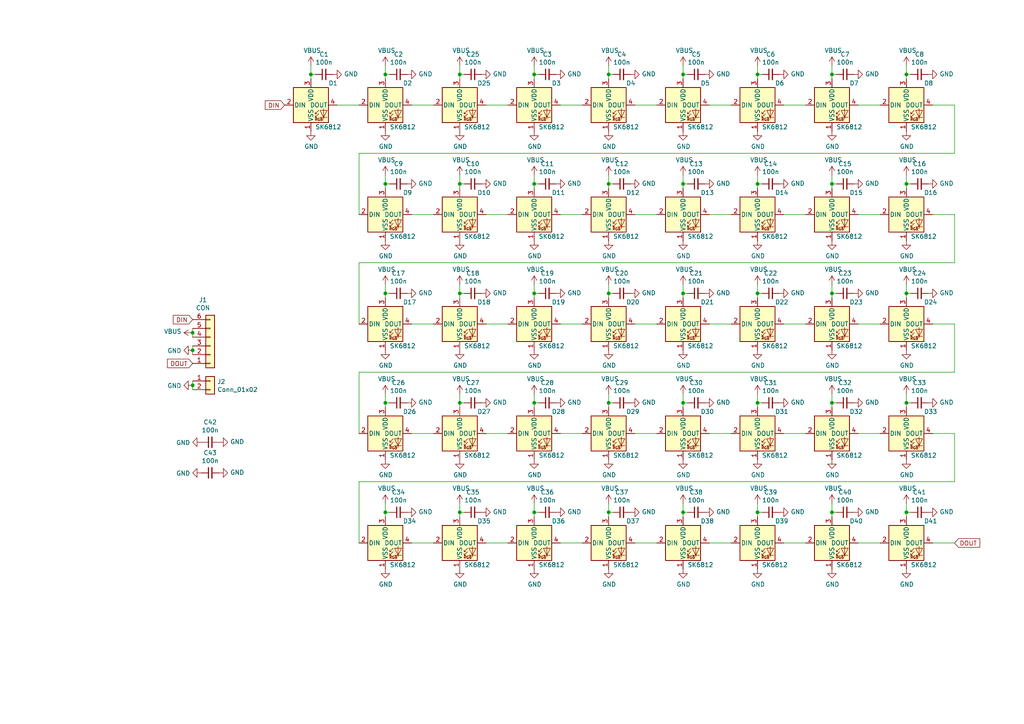
<source format=kicad_sch>
(kicad_sch (version 20211123) (generator eeschema)
  (paper "A4")
  (title_block (title "LÄMP Wall") (date "2023-03-02") (rev "v1.0.0") (company "Jana Marie Hemsing"))
  (junction (at 241.3 53.34))
  (junction (at 262.89 21.59))
  (junction (at 111.76 53.34))
  (junction (at 154.94 148.59))
  (junction (at 198.12 116.84))
  (junction (at 55.88 111.76))
  (junction (at 176.53 116.84))
  (junction (at 198.12 53.34))
  (junction (at 90.17 21.59))
  (junction (at 262.89 116.84))
  (junction (at 262.89 85.09))
  (junction (at 176.53 148.59))
  (junction (at 219.71 116.84))
  (junction (at 111.76 21.59))
  (junction (at 176.53 53.34))
  (junction (at 241.3 116.84))
  (junction (at 198.12 21.59))
  (junction (at 154.94 21.59))
  (junction (at 262.89 53.34))
  (junction (at 176.53 21.59))
  (junction (at 111.76 148.59))
  (junction (at 219.71 148.59))
  (junction (at 198.12 148.59))
  (junction (at 219.71 53.34))
  (junction (at 219.71 21.59))
  (junction (at 262.89 148.59))
  (junction (at 154.94 53.34))
  (junction (at 111.76 85.09))
  (junction (at 241.3 148.59))
  (junction (at 154.94 116.84))
  (junction (at 133.35 148.59))
  (junction (at 219.71 85.09))
  (junction (at 198.12 85.09))
  (junction (at 133.35 21.59))
  (junction (at 133.35 85.09))
  (junction (at 55.88 96.52))
  (junction (at 241.3 21.59))
  (junction (at 241.3 85.09))
  (junction (at 154.94 85.09))
  (junction (at 55.88 101.6))
  (junction (at 111.76 116.84))
  (junction (at 176.53 85.09))
  (junction (at 133.35 116.84))
  (junction (at 133.35 53.34))
  (wire (pts (xy 104.14 76.2) (xy 104.14 93.98)))
  (wire (pts (xy 242.57 53.34) (xy 241.3 53.34)))
  (wire (pts (xy 154.94 116.84) (xy 154.94 118.11)))
  (wire (pts (xy 113.03 85.09) (xy 111.76 85.09)))
  (wire (pts (xy 133.35 82.55) (xy 133.35 85.09)))
  (wire (pts (xy 242.57 21.59) (xy 241.3 21.59)))
  (wire (pts (xy 154.94 146.05) (xy 154.94 148.59)))
  (wire (pts (xy 219.71 148.59) (xy 219.71 149.86)))
  (wire (pts (xy 154.94 53.34) (xy 154.94 54.61)))
  (wire (pts (xy 184.15 125.73) (xy 190.5 125.73)))
  (wire (pts (xy 140.97 30.48) (xy 147.32 30.48)))
  (wire (pts (xy 248.92 30.48) (xy 255.27 30.48)))
  (wire (pts (xy 241.3 82.55) (xy 241.3 85.09)))
  (wire (pts (xy 111.76 116.84) (xy 111.76 118.11)))
  (wire (pts (xy 154.94 148.59) (xy 154.94 149.86)))
  (wire (pts (xy 133.35 53.34) (xy 133.35 54.61)))
  (wire (pts (xy 242.57 116.84) (xy 241.3 116.84)))
  (wire (pts (xy 198.12 116.84) (xy 198.12 118.11)))
  (wire (pts (xy 154.94 50.8) (xy 154.94 53.34)))
  (wire (pts (xy 176.53 146.05) (xy 176.53 148.59)))
  (wire (pts (xy 219.71 85.09) (xy 219.71 86.36)))
  (wire (pts (xy 113.03 53.34) (xy 111.76 53.34)))
  (wire (pts (xy 219.71 53.34) (xy 219.71 54.61)))
  (wire (pts (xy 276.86 107.95) (xy 104.14 107.95)))
  (wire (pts (xy 184.15 157.48) (xy 190.5 157.48)))
  (wire (pts (xy 162.56 30.48) (xy 168.91 30.48)))
  (wire (pts (xy 162.56 125.73) (xy 168.91 125.73)))
  (wire (pts (xy 241.3 148.59) (xy 241.3 149.86)))
  (wire (pts (xy 264.16 85.09) (xy 262.89 85.09)))
  (wire (pts (xy 119.38 157.48) (xy 125.73 157.48)))
  (wire (pts (xy 248.92 62.23) (xy 255.27 62.23)))
  (wire (pts (xy 270.51 62.23) (xy 276.86 62.23)))
  (wire (pts (xy 177.8 116.84) (xy 176.53 116.84)))
  (wire (pts (xy 219.71 21.59) (xy 219.71 22.86)))
  (wire (pts (xy 111.76 148.59) (xy 111.76 149.86)))
  (wire (pts (xy 55.88 111.76) (xy 55.88 113.03)))
  (wire (pts (xy 262.89 114.3) (xy 262.89 116.84)))
  (wire (pts (xy 156.21 85.09) (xy 154.94 85.09)))
  (wire (pts (xy 176.53 50.8) (xy 176.53 53.34)))
  (wire (pts (xy 177.8 85.09) (xy 176.53 85.09)))
  (wire (pts (xy 199.39 116.84) (xy 198.12 116.84)))
  (wire (pts (xy 241.3 21.59) (xy 241.3 22.86)))
  (wire (pts (xy 219.71 50.8) (xy 219.71 53.34)))
  (wire (pts (xy 119.38 62.23) (xy 125.73 62.23)))
  (wire (pts (xy 198.12 148.59) (xy 198.12 149.86)))
  (wire (pts (xy 156.21 148.59) (xy 154.94 148.59)))
  (wire (pts (xy 104.14 107.95) (xy 104.14 125.73)))
  (wire (pts (xy 113.03 21.59) (xy 111.76 21.59)))
  (wire (pts (xy 198.12 85.09) (xy 198.12 86.36)))
  (wire (pts (xy 111.76 19.05) (xy 111.76 21.59)))
  (wire (pts (xy 134.62 148.59) (xy 133.35 148.59)))
  (wire (pts (xy 248.92 157.48) (xy 255.27 157.48)))
  (wire (pts (xy 199.39 85.09) (xy 198.12 85.09)))
  (wire (pts (xy 177.8 21.59) (xy 176.53 21.59)))
  (wire (pts (xy 264.16 21.59) (xy 262.89 21.59)))
  (wire (pts (xy 262.89 146.05) (xy 262.89 148.59)))
  (wire (pts (xy 176.53 116.84) (xy 176.53 118.11)))
  (wire (pts (xy 241.3 116.84) (xy 241.3 118.11)))
  (wire (pts (xy 264.16 53.34) (xy 262.89 53.34)))
  (wire (pts (xy 176.53 114.3) (xy 176.53 116.84)))
  (wire (pts (xy 262.89 82.55) (xy 262.89 85.09)))
  (wire (pts (xy 104.14 139.7) (xy 104.14 157.48)))
  (wire (pts (xy 248.92 125.73) (xy 255.27 125.73)))
  (wire (pts (xy 55.88 110.49) (xy 55.88 111.76)))
  (wire (pts (xy 111.76 82.55) (xy 111.76 85.09)))
  (wire (pts (xy 140.97 62.23) (xy 147.32 62.23)))
  (wire (pts (xy 113.03 116.84) (xy 111.76 116.84)))
  (wire (pts (xy 55.88 95.25) (xy 55.88 96.52)))
  (wire (pts (xy 154.94 21.59) (xy 154.94 22.86)))
  (wire (pts (xy 119.38 125.73) (xy 125.73 125.73)))
  (wire (pts (xy 219.71 146.05) (xy 219.71 148.59)))
  (wire (pts (xy 156.21 21.59) (xy 154.94 21.59)))
  (wire (pts (xy 133.35 116.84) (xy 133.35 118.11)))
  (wire (pts (xy 162.56 62.23) (xy 168.91 62.23)))
  (wire (pts (xy 264.16 116.84) (xy 262.89 116.84)))
  (wire (pts (xy 219.71 114.3) (xy 219.71 116.84)))
  (wire (pts (xy 162.56 93.98) (xy 168.91 93.98)))
  (wire (pts (xy 276.86 125.73) (xy 276.86 139.7)))
  (wire (pts (xy 176.53 148.59) (xy 176.53 149.86)))
  (wire (pts (xy 276.86 76.2) (xy 104.14 76.2)))
  (wire (pts (xy 140.97 157.48) (xy 147.32 157.48)))
  (wire (pts (xy 111.76 21.59) (xy 111.76 22.86)))
  (wire (pts (xy 198.12 114.3) (xy 198.12 116.84)))
  (wire (pts (xy 111.76 146.05) (xy 111.76 148.59)))
  (wire (pts (xy 205.74 30.48) (xy 212.09 30.48)))
  (wire (pts (xy 177.8 148.59) (xy 176.53 148.59)))
  (wire (pts (xy 220.98 53.34) (xy 219.71 53.34)))
  (wire (pts (xy 104.14 44.45) (xy 104.14 62.23)))
  (wire (pts (xy 133.35 114.3) (xy 133.35 116.84)))
  (wire (pts (xy 177.8 53.34) (xy 176.53 53.34)))
  (wire (pts (xy 111.76 114.3) (xy 111.76 116.84)))
  (wire (pts (xy 111.76 53.34) (xy 111.76 54.61)))
  (wire (pts (xy 276.86 62.23) (xy 276.86 76.2)))
  (wire (pts (xy 97.79 30.48) (xy 104.14 30.48)))
  (wire (pts (xy 55.88 96.52) (xy 55.88 97.79)))
  (wire (pts (xy 262.89 21.59) (xy 262.89 22.86)))
  (wire (pts (xy 90.17 21.59) (xy 90.17 22.86)))
  (wire (pts (xy 176.53 19.05) (xy 176.53 21.59)))
  (wire (pts (xy 134.62 116.84) (xy 133.35 116.84)))
  (wire (pts (xy 184.15 62.23) (xy 190.5 62.23)))
  (wire (pts (xy 176.53 53.34) (xy 176.53 54.61)))
  (wire (pts (xy 154.94 85.09) (xy 154.94 86.36)))
  (wire (pts (xy 133.35 148.59) (xy 133.35 149.86)))
  (wire (pts (xy 262.89 50.8) (xy 262.89 53.34)))
  (wire (pts (xy 119.38 93.98) (xy 125.73 93.98)))
  (wire (pts (xy 242.57 85.09) (xy 241.3 85.09)))
  (wire (pts (xy 220.98 116.84) (xy 219.71 116.84)))
  (wire (pts (xy 154.94 114.3) (xy 154.94 116.84)))
  (wire (pts (xy 227.33 157.48) (xy 233.68 157.48)))
  (wire (pts (xy 276.86 139.7) (xy 104.14 139.7)))
  (wire (pts (xy 241.3 85.09) (xy 241.3 86.36)))
  (wire (pts (xy 241.3 53.34) (xy 241.3 54.61)))
  (wire (pts (xy 133.35 21.59) (xy 133.35 22.86)))
  (wire (pts (xy 227.33 93.98) (xy 233.68 93.98)))
  (wire (pts (xy 241.3 146.05) (xy 241.3 148.59)))
  (wire (pts (xy 198.12 50.8) (xy 198.12 53.34)))
  (wire (pts (xy 154.94 19.05) (xy 154.94 21.59)))
  (wire (pts (xy 133.35 19.05) (xy 133.35 21.59)))
  (wire (pts (xy 140.97 93.98) (xy 147.32 93.98)))
  (wire (pts (xy 133.35 50.8) (xy 133.35 53.34)))
  (wire (pts (xy 184.15 30.48) (xy 190.5 30.48)))
  (wire (pts (xy 227.33 125.73) (xy 233.68 125.73)))
  (wire (pts (xy 134.62 53.34) (xy 133.35 53.34)))
  (wire (pts (xy 219.71 19.05) (xy 219.71 21.59)))
  (wire (pts (xy 176.53 21.59) (xy 176.53 22.86)))
  (wire (pts (xy 241.3 19.05) (xy 241.3 21.59)))
  (wire (pts (xy 156.21 53.34) (xy 154.94 53.34)))
  (wire (pts (xy 270.51 157.48) (xy 276.86 157.48)))
  (wire (pts (xy 134.62 21.59) (xy 133.35 21.59)))
  (wire (pts (xy 242.57 148.59) (xy 241.3 148.59)))
  (wire (pts (xy 176.53 82.55) (xy 176.53 85.09)))
  (wire (pts (xy 205.74 157.48) (xy 212.09 157.48)))
  (wire (pts (xy 111.76 50.8) (xy 111.76 53.34)))
  (wire (pts (xy 270.51 125.73) (xy 276.86 125.73)))
  (wire (pts (xy 205.74 62.23) (xy 212.09 62.23)))
  (wire (pts (xy 176.53 85.09) (xy 176.53 86.36)))
  (wire (pts (xy 270.51 30.48) (xy 276.86 30.48)))
  (wire (pts (xy 241.3 50.8) (xy 241.3 53.34)))
  (wire (pts (xy 199.39 21.59) (xy 198.12 21.59)))
  (wire (pts (xy 262.89 148.59) (xy 262.89 149.86)))
  (wire (pts (xy 220.98 85.09) (xy 219.71 85.09)))
  (wire (pts (xy 134.62 85.09) (xy 133.35 85.09)))
  (wire (pts (xy 154.94 82.55) (xy 154.94 85.09)))
  (wire (pts (xy 184.15 93.98) (xy 190.5 93.98)))
  (wire (pts (xy 198.12 82.55) (xy 198.12 85.09)))
  (wire (pts (xy 262.89 85.09) (xy 262.89 86.36)))
  (wire (pts (xy 55.88 101.6) (xy 55.88 102.87)))
  (wire (pts (xy 113.03 148.59) (xy 111.76 148.59)))
  (wire (pts (xy 276.86 93.98) (xy 276.86 107.95)))
  (wire (pts (xy 199.39 53.34) (xy 198.12 53.34)))
  (wire (pts (xy 198.12 146.05) (xy 198.12 148.59)))
  (wire (pts (xy 262.89 53.34) (xy 262.89 54.61)))
  (wire (pts (xy 264.16 148.59) (xy 262.89 148.59)))
  (wire (pts (xy 227.33 62.23) (xy 233.68 62.23)))
  (wire (pts (xy 140.97 125.73) (xy 147.32 125.73)))
  (wire (pts (xy 220.98 21.59) (xy 219.71 21.59)))
  (wire (pts (xy 205.74 125.73) (xy 212.09 125.73)))
  (wire (pts (xy 111.76 85.09) (xy 111.76 86.36)))
  (wire (pts (xy 199.39 148.59) (xy 198.12 148.59)))
  (wire (pts (xy 262.89 116.84) (xy 262.89 118.11)))
  (wire (pts (xy 133.35 146.05) (xy 133.35 148.59)))
  (wire (pts (xy 219.71 116.84) (xy 219.71 118.11)))
  (wire (pts (xy 91.44 21.59) (xy 90.17 21.59)))
  (wire (pts (xy 219.71 82.55) (xy 219.71 85.09)))
  (wire (pts (xy 162.56 157.48) (xy 168.91 157.48)))
  (wire (pts (xy 205.74 93.98) (xy 212.09 93.98)))
  (wire (pts (xy 198.12 21.59) (xy 198.12 22.86)))
  (wire (pts (xy 119.38 30.48) (xy 125.73 30.48)))
  (wire (pts (xy 90.17 19.05) (xy 90.17 21.59)))
  (wire (pts (xy 276.86 44.45) (xy 276.86 30.48)))
  (wire (pts (xy 262.89 19.05) (xy 262.89 21.59)))
  (wire (pts (xy 198.12 53.34) (xy 198.12 54.61)))
  (wire (pts (xy 270.51 93.98) (xy 276.86 93.98)))
  (wire (pts (xy 198.12 19.05) (xy 198.12 21.59)))
  (wire (pts (xy 55.88 100.33) (xy 55.88 101.6)))
  (wire (pts (xy 276.86 44.45) (xy 104.14 44.45)))
  (wire (pts (xy 156.21 116.84) (xy 154.94 116.84)))
  (wire (pts (xy 220.98 148.59) (xy 219.71 148.59)))
  (wire (pts (xy 133.35 85.09) (xy 133.35 86.36)))
  (wire (pts (xy 241.3 114.3) (xy 241.3 116.84)))
  (wire (pts (xy 248.92 93.98) (xy 255.27 93.98)))
  (wire (pts (xy 227.33 30.48) (xy 233.68 30.48)))
  (global_label "DIN" (shape input) (at 82.55 30.48 180) (property "Intersheet References" "${INTERSHEET_REFS}" (effects hide)))
  (global_label "DOUT" (shape input) (at 55.88 105.41 180) (property "Intersheet References" "${INTERSHEET_REFS}" (effects hide)))
  (global_label "DOUT" (shape input) (at 276.86 157.48 0) (property "Intersheet References" "${INTERSHEET_REFS}" (effects hide)))
  (global_label "DIN" (shape input) (at 55.88 92.71 180) (property "Intersheet References" "${INTERSHEET_REFS}" (effects hide)))
  (symbol (lib_id "Connector_Generic:Conn_01x06") (at 60.96 100.33 0) (mirror x) (unit 1)
    (property "Reference" "J1" (at 58.8772 86.995 0))
    (property "Value" "CON" (at 58.8772 89.3064 0))
    (property "Footprint" "otter:conn_01x06_smd_2mm" (effects hide))
  )
  (symbol (lib_id "otter:GND") (at 55.88 101.6 270) (unit 1)
    (property "Reference" "#PWR050" (effects hide))
    (property "Value" "GND" (at 52.6288 101.727 90) (effects (justify right)))
  )
  (symbol (lib_id "power:VBUS") (at 55.88 96.52 90) (unit 1)
    (property "Reference" "#PWR049" (effects hide))
    (property "Value" "VBUS" (at 52.6542 96.139 90) (effects (justify left)))
  )
  (symbol (lib_id "LED:SK6812") (at 90.17 30.48 0) (unit 1)
    (property "Reference" "D1" (at 95.25 24.13 0) (effects (justify left)))
    (property "Value" "SK6812" (at 91.44 36.83 0) (effects (justify left)))
    (property "Footprint" "LED_SMD:LED_SK6812_PLCC4_5.0x5.0mm_P3.2mm" (effects hide))
    (property "Datasheet" "https://cdn-shop.adafruit.com/product-files/1138/SK6812+LED+datasheet+.pdf" (effects hide))
  )
  (symbol (lib_id "Device:C_Small") (at 93.98 21.59 90) (unit 1)
    (property "Reference" "C1" (at 93.98 15.7734 90))
    (property "Value" "100n" (at 93.98 18.0848 90))
    (property "Footprint" "otter:C_0402" (effects hide))
  )
  (symbol (lib_id "power:VBUS") (at 90.17 19.05 0) (unit 1)
    (property "Reference" "#PWR01" (effects hide))
    (property "Value" "VBUS" (at 90.551 14.6558 0))
  )
  (symbol (lib_id "otter:GND") (at 96.52 21.59 90) (unit 1)
    (property "Reference" "#PWR09" (effects hide))
    (property "Value" "GND" (at 99.7712 21.463 90) (effects (justify right)))
  )
  (symbol (lib_id "otter:GND") (at 90.17 38.1 0) (unit 1)
    (property "Reference" "#PWR017" (effects hide))
    (property "Value" "GND" (at 90.297 42.4942 0))
  )
  (symbol (lib_id "LED:SK6812") (at 111.76 30.48 0) (unit 1)
    (property "Reference" "D2" (at 116.84 24.13 0) (effects (justify left)))
    (property "Value" "SK6812" (at 113.03 36.83 0) (effects (justify left)))
    (property "Footprint" "LED_SMD:LED_SK6812_PLCC4_5.0x5.0mm_P3.2mm" (effects hide))
    (property "Datasheet" "https://cdn-shop.adafruit.com/product-files/1138/SK6812+LED+datasheet+.pdf" (effects hide))
  )
  (symbol (lib_id "Device:C_Small") (at 115.57 21.59 90) (unit 1)
    (property "Reference" "C2" (at 115.57 15.7734 90))
    (property "Value" "100n" (at 115.57 18.0848 90))
    (property "Footprint" "otter:C_0402" (effects hide))
  )
  (symbol (lib_id "power:VBUS") (at 111.76 19.05 0) (unit 1)
    (property "Reference" "#PWR02" (effects hide))
    (property "Value" "VBUS" (at 112.141 14.6558 0))
  )
  (symbol (lib_id "otter:GND") (at 118.11 21.59 90) (unit 1)
    (property "Reference" "#PWR010" (effects hide))
    (property "Value" "GND" (at 121.3612 21.463 90) (effects (justify right)))
  )
  (symbol (lib_id "otter:GND") (at 111.76 38.1 0) (unit 1)
    (property "Reference" "#PWR018" (effects hide))
    (property "Value" "GND" (at 111.887 42.4942 0))
  )
  (symbol (lib_id "LED:SK6812") (at 154.94 30.48 0) (unit 1)
    (property "Reference" "D3" (at 160.02 24.13 0) (effects (justify left)))
    (property "Value" "SK6812" (at 156.21 36.83 0) (effects (justify left)))
    (property "Footprint" "LED_SMD:LED_SK6812_PLCC4_5.0x5.0mm_P3.2mm" (effects hide))
    (property "Datasheet" "https://cdn-shop.adafruit.com/product-files/1138/SK6812+LED+datasheet+.pdf" (effects hide))
  )
  (symbol (lib_id "Device:C_Small") (at 158.75 21.59 90) (unit 1)
    (property "Reference" "C3" (at 158.75 15.7734 90))
    (property "Value" "100n" (at 158.75 18.0848 90))
    (property "Footprint" "otter:C_0402" (effects hide))
  )
  (symbol (lib_id "power:VBUS") (at 154.94 19.05 0) (unit 1)
    (property "Reference" "#PWR03" (effects hide))
    (property "Value" "VBUS" (at 155.321 14.6558 0))
  )
  (symbol (lib_id "otter:GND") (at 161.29 21.59 90) (unit 1)
    (property "Reference" "#PWR011" (effects hide))
    (property "Value" "GND" (at 164.5412 21.463 90) (effects (justify right)))
  )
  (symbol (lib_id "otter:GND") (at 154.94 38.1 0) (unit 1)
    (property "Reference" "#PWR019" (effects hide))
    (property "Value" "GND" (at 155.067 42.4942 0))
  )
  (symbol (lib_id "LED:SK6812") (at 176.53 30.48 0) (unit 1)
    (property "Reference" "D4" (at 181.61 24.13 0) (effects (justify left)))
    (property "Value" "SK6812" (at 177.8 36.83 0) (effects (justify left)))
    (property "Footprint" "LED_SMD:LED_SK6812_PLCC4_5.0x5.0mm_P3.2mm" (effects hide))
    (property "Datasheet" "https://cdn-shop.adafruit.com/product-files/1138/SK6812+LED+datasheet+.pdf" (effects hide))
  )
  (symbol (lib_id "Device:C_Small") (at 180.34 21.59 90) (unit 1)
    (property "Reference" "C4" (at 180.34 15.7734 90))
    (property "Value" "100n" (at 180.34 18.0848 90))
    (property "Footprint" "otter:C_0402" (effects hide))
  )
  (symbol (lib_id "power:VBUS") (at 176.53 19.05 0) (unit 1)
    (property "Reference" "#PWR04" (effects hide))
    (property "Value" "VBUS" (at 176.911 14.6558 0))
  )
  (symbol (lib_id "otter:GND") (at 182.88 21.59 90) (unit 1)
    (property "Reference" "#PWR012" (effects hide))
    (property "Value" "GND" (at 186.1312 21.463 90) (effects (justify right)))
  )
  (symbol (lib_id "otter:GND") (at 176.53 38.1 0) (unit 1)
    (property "Reference" "#PWR020" (effects hide))
    (property "Value" "GND" (at 176.657 42.4942 0))
  )
  (symbol (lib_id "LED:SK6812") (at 198.12 30.48 0) (unit 1)
    (property "Reference" "D5" (at 203.2 24.13 0) (effects (justify left)))
    (property "Value" "SK6812" (at 199.39 36.83 0) (effects (justify left)))
    (property "Footprint" "LED_SMD:LED_SK6812_PLCC4_5.0x5.0mm_P3.2mm" (effects hide))
    (property "Datasheet" "https://cdn-shop.adafruit.com/product-files/1138/SK6812+LED+datasheet+.pdf" (effects hide))
  )
  (symbol (lib_id "Device:C_Small") (at 201.93 21.59 90) (unit 1)
    (property "Reference" "C5" (at 201.93 15.7734 90))
    (property "Value" "100n" (at 201.93 18.0848 90))
    (property "Footprint" "otter:C_0402" (effects hide))
  )
  (symbol (lib_id "power:VBUS") (at 198.12 19.05 0) (unit 1)
    (property "Reference" "#PWR05" (effects hide))
    (property "Value" "VBUS" (at 198.501 14.6558 0))
  )
  (symbol (lib_id "otter:GND") (at 204.47 21.59 90) (unit 1)
    (property "Reference" "#PWR013" (effects hide))
    (property "Value" "GND" (at 207.7212 21.463 90) (effects (justify right)))
  )
  (symbol (lib_id "otter:GND") (at 198.12 38.1 0) (unit 1)
    (property "Reference" "#PWR021" (effects hide))
    (property "Value" "GND" (at 198.247 42.4942 0))
  )
  (symbol (lib_id "LED:SK6812") (at 219.71 30.48 0) (unit 1)
    (property "Reference" "D6" (at 224.79 24.13 0) (effects (justify left)))
    (property "Value" "SK6812" (at 220.98 36.83 0) (effects (justify left)))
    (property "Footprint" "LED_SMD:LED_SK6812_PLCC4_5.0x5.0mm_P3.2mm" (effects hide))
    (property "Datasheet" "https://cdn-shop.adafruit.com/product-files/1138/SK6812+LED+datasheet+.pdf" (effects hide))
  )
  (symbol (lib_id "Device:C_Small") (at 223.52 21.59 90) (unit 1)
    (property "Reference" "C6" (at 223.52 15.7734 90))
    (property "Value" "100n" (at 223.52 18.0848 90))
    (property "Footprint" "otter:C_0402" (effects hide))
  )
  (symbol (lib_id "power:VBUS") (at 219.71 19.05 0) (unit 1)
    (property "Reference" "#PWR06" (effects hide))
    (property "Value" "VBUS" (at 220.091 14.6558 0))
  )
  (symbol (lib_id "otter:GND") (at 226.06 21.59 90) (unit 1)
    (property "Reference" "#PWR014" (effects hide))
    (property "Value" "GND" (at 229.3112 21.463 90) (effects (justify right)))
  )
  (symbol (lib_id "otter:GND") (at 219.71 38.1 0) (unit 1)
    (property "Reference" "#PWR022" (effects hide))
    (property "Value" "GND" (at 219.837 42.4942 0))
  )
  (symbol (lib_id "LED:SK6812") (at 241.3 30.48 0) (unit 1)
    (property "Reference" "D7" (at 246.38 24.13 0) (effects (justify left)))
    (property "Value" "SK6812" (at 242.57 36.83 0) (effects (justify left)))
    (property "Footprint" "LED_SMD:LED_SK6812_PLCC4_5.0x5.0mm_P3.2mm" (effects hide))
    (property "Datasheet" "https://cdn-shop.adafruit.com/product-files/1138/SK6812+LED+datasheet+.pdf" (effects hide))
  )
  (symbol (lib_id "Device:C_Small") (at 245.11 21.59 90) (unit 1)
    (property "Reference" "C7" (at 245.11 15.7734 90))
    (property "Value" "100n" (at 245.11 18.0848 90))
    (property "Footprint" "otter:C_0402" (effects hide))
  )
  (symbol (lib_id "power:VBUS") (at 241.3 19.05 0) (unit 1)
    (property "Reference" "#PWR07" (effects hide))
    (property "Value" "VBUS" (at 241.681 14.6558 0))
  )
  (symbol (lib_id "otter:GND") (at 247.65 21.59 90) (unit 1)
    (property "Reference" "#PWR015" (effects hide))
    (property "Value" "GND" (at 250.9012 21.463 90) (effects (justify right)))
  )
  (symbol (lib_id "otter:GND") (at 241.3 38.1 0) (unit 1)
    (property "Reference" "#PWR023" (effects hide))
    (property "Value" "GND" (at 241.427 42.4942 0))
  )
  (symbol (lib_id "LED:SK6812") (at 262.89 30.48 0) (unit 1)
    (property "Reference" "D8" (at 267.97 24.13 0) (effects (justify left)))
    (property "Value" "SK6812" (at 264.16 36.83 0) (effects (justify left)))
    (property "Footprint" "LED_SMD:LED_SK6812_PLCC4_5.0x5.0mm_P3.2mm" (effects hide))
    (property "Datasheet" "https://cdn-shop.adafruit.com/product-files/1138/SK6812+LED+datasheet+.pdf" (effects hide))
  )
  (symbol (lib_id "Device:C_Small") (at 266.7 21.59 90) (unit 1)
    (property "Reference" "C8" (at 266.7 15.7734 90))
    (property "Value" "100n" (at 266.7 18.0848 90))
    (property "Footprint" "otter:C_0402" (effects hide))
  )
  (symbol (lib_id "power:VBUS") (at 262.89 19.05 0) (unit 1)
    (property "Reference" "#PWR08" (effects hide))
    (property "Value" "VBUS" (at 263.271 14.6558 0))
  )
  (symbol (lib_id "otter:GND") (at 269.24 21.59 90) (unit 1)
    (property "Reference" "#PWR016" (effects hide))
    (property "Value" "GND" (at 272.4912 21.463 90) (effects (justify right)))
  )
  (symbol (lib_id "otter:GND") (at 262.89 38.1 0) (unit 1)
    (property "Reference" "#PWR024" (effects hide))
    (property "Value" "GND" (at 263.017 42.4942 0))
  )
  (symbol (lib_id "LED:SK6812") (at 111.76 62.23 0) (unit 1)
    (property "Reference" "D9" (at 116.84 55.88 0) (effects (justify left)))
    (property "Value" "SK6812" (at 113.03 68.58 0) (effects (justify left)))
    (property "Footprint" "LED_SMD:LED_SK6812_PLCC4_5.0x5.0mm_P3.2mm" (effects hide))
    (property "Datasheet" "https://cdn-shop.adafruit.com/product-files/1138/SK6812+LED+datasheet+.pdf" (effects hide))
  )
  (symbol (lib_id "Device:C_Small") (at 115.57 53.34 90) (unit 1)
    (property "Reference" "C9" (at 115.57 47.5234 90))
    (property "Value" "100n" (at 115.57 49.8348 90))
    (property "Footprint" "otter:C_0402" (effects hide))
  )
  (symbol (lib_id "power:VBUS") (at 111.76 50.8 0) (unit 1)
    (property "Reference" "#PWR025" (effects hide))
    (property "Value" "VBUS" (at 112.141 46.4058 0))
  )
  (symbol (lib_id "otter:GND") (at 118.11 53.34 90) (unit 1)
    (property "Reference" "#PWR033" (effects hide))
    (property "Value" "GND" (at 121.3612 53.213 90) (effects (justify right)))
  )
  (symbol (lib_id "otter:GND") (at 111.76 69.85 0) (unit 1)
    (property "Reference" "#PWR041" (effects hide))
    (property "Value" "GND" (at 111.887 74.2442 0))
  )
  (symbol (lib_id "LED:SK6812") (at 133.35 62.23 0) (unit 1)
    (property "Reference" "D10" (at 138.43 55.88 0) (effects (justify left)))
    (property "Value" "SK6812" (at 134.62 68.58 0) (effects (justify left)))
    (property "Footprint" "LED_SMD:LED_SK6812_PLCC4_5.0x5.0mm_P3.2mm" (effects hide))
    (property "Datasheet" "https://cdn-shop.adafruit.com/product-files/1138/SK6812+LED+datasheet+.pdf" (effects hide))
  )
  (symbol (lib_id "Device:C_Small") (at 137.16 53.34 90) (unit 1)
    (property "Reference" "C10" (at 137.16 47.5234 90))
    (property "Value" "100n" (at 137.16 49.8348 90))
    (property "Footprint" "otter:C_0402" (effects hide))
  )
  (symbol (lib_id "power:VBUS") (at 133.35 50.8 0) (unit 1)
    (property "Reference" "#PWR026" (effects hide))
    (property "Value" "VBUS" (at 133.731 46.4058 0))
  )
  (symbol (lib_id "otter:GND") (at 139.7 53.34 90) (unit 1)
    (property "Reference" "#PWR034" (effects hide))
    (property "Value" "GND" (at 142.9512 53.213 90) (effects (justify right)))
  )
  (symbol (lib_id "otter:GND") (at 133.35 69.85 0) (unit 1)
    (property "Reference" "#PWR042" (effects hide))
    (property "Value" "GND" (at 133.477 74.2442 0))
  )
  (symbol (lib_id "LED:SK6812") (at 154.94 62.23 0) (unit 1)
    (property "Reference" "D11" (at 160.02 55.88 0) (effects (justify left)))
    (property "Value" "SK6812" (at 156.21 68.58 0) (effects (justify left)))
    (property "Footprint" "LED_SMD:LED_SK6812_PLCC4_5.0x5.0mm_P3.2mm" (effects hide))
    (property "Datasheet" "https://cdn-shop.adafruit.com/product-files/1138/SK6812+LED+datasheet+.pdf" (effects hide))
  )
  (symbol (lib_id "Device:C_Small") (at 158.75 53.34 90) (unit 1)
    (property "Reference" "C11" (at 158.75 47.5234 90))
    (property "Value" "100n" (at 158.75 49.8348 90))
    (property "Footprint" "otter:C_0402" (effects hide))
  )
  (symbol (lib_id "power:VBUS") (at 154.94 50.8 0) (unit 1)
    (property "Reference" "#PWR027" (effects hide))
    (property "Value" "VBUS" (at 155.321 46.4058 0))
  )
  (symbol (lib_id "otter:GND") (at 161.29 53.34 90) (unit 1)
    (property "Reference" "#PWR035" (effects hide))
    (property "Value" "GND" (at 164.5412 53.213 90) (effects (justify right)))
  )
  (symbol (lib_id "otter:GND") (at 154.94 69.85 0) (unit 1)
    (property "Reference" "#PWR043" (effects hide))
    (property "Value" "GND" (at 155.067 74.2442 0))
  )
  (symbol (lib_id "LED:SK6812") (at 176.53 62.23 0) (unit 1)
    (property "Reference" "D12" (at 181.61 55.88 0) (effects (justify left)))
    (property "Value" "SK6812" (at 177.8 68.58 0) (effects (justify left)))
    (property "Footprint" "LED_SMD:LED_SK6812_PLCC4_5.0x5.0mm_P3.2mm" (effects hide))
    (property "Datasheet" "https://cdn-shop.adafruit.com/product-files/1138/SK6812+LED+datasheet+.pdf" (effects hide))
  )
  (symbol (lib_id "Device:C_Small") (at 180.34 53.34 90) (unit 1)
    (property "Reference" "C12" (at 180.34 47.5234 90))
    (property "Value" "100n" (at 180.34 49.8348 90))
    (property "Footprint" "otter:C_0402" (effects hide))
  )
  (symbol (lib_id "power:VBUS") (at 176.53 50.8 0) (unit 1)
    (property "Reference" "#PWR028" (effects hide))
    (property "Value" "VBUS" (at 176.911 46.4058 0))
  )
  (symbol (lib_id "otter:GND") (at 182.88 53.34 90) (unit 1)
    (property "Reference" "#PWR036" (effects hide))
    (property "Value" "GND" (at 186.1312 53.213 90) (effects (justify right)))
  )
  (symbol (lib_id "otter:GND") (at 176.53 69.85 0) (unit 1)
    (property "Reference" "#PWR044" (effects hide))
    (property "Value" "GND" (at 176.657 74.2442 0))
  )
  (symbol (lib_id "LED:SK6812") (at 198.12 62.23 0) (unit 1)
    (property "Reference" "D13" (at 203.2 55.88 0) (effects (justify left)))
    (property "Value" "SK6812" (at 199.39 68.58 0) (effects (justify left)))
    (property "Footprint" "LED_SMD:LED_SK6812_PLCC4_5.0x5.0mm_P3.2mm" (effects hide))
    (property "Datasheet" "https://cdn-shop.adafruit.com/product-files/1138/SK6812+LED+datasheet+.pdf" (effects hide))
  )
  (symbol (lib_id "Device:C_Small") (at 201.93 53.34 90) (unit 1)
    (property "Reference" "C13" (at 201.93 47.5234 90))
    (property "Value" "100n" (at 201.93 49.8348 90))
    (property "Footprint" "otter:C_0402" (effects hide))
  )
  (symbol (lib_id "power:VBUS") (at 198.12 50.8 0) (unit 1)
    (property "Reference" "#PWR029" (effects hide))
    (property "Value" "VBUS" (at 198.501 46.4058 0))
  )
  (symbol (lib_id "otter:GND") (at 204.47 53.34 90) (unit 1)
    (property "Reference" "#PWR037" (effects hide))
    (property "Value" "GND" (at 207.7212 53.213 90) (effects (justify right)))
  )
  (symbol (lib_id "otter:GND") (at 198.12 69.85 0) (unit 1)
    (property "Reference" "#PWR045" (effects hide))
    (property "Value" "GND" (at 198.247 74.2442 0))
  )
  (symbol (lib_id "LED:SK6812") (at 219.71 62.23 0) (unit 1)
    (property "Reference" "D14" (at 224.79 55.88 0) (effects (justify left)))
    (property "Value" "SK6812" (at 220.98 68.58 0) (effects (justify left)))
    (property "Footprint" "LED_SMD:LED_SK6812_PLCC4_5.0x5.0mm_P3.2mm" (effects hide))
    (property "Datasheet" "https://cdn-shop.adafruit.com/product-files/1138/SK6812+LED+datasheet+.pdf" (effects hide))
  )
  (symbol (lib_id "Device:C_Small") (at 223.52 53.34 90) (unit 1)
    (property "Reference" "C14" (at 223.52 47.5234 90))
    (property "Value" "100n" (at 223.52 49.8348 90))
    (property "Footprint" "otter:C_0402" (effects hide))
  )
  (symbol (lib_id "power:VBUS") (at 219.71 50.8 0) (unit 1)
    (property "Reference" "#PWR030" (effects hide))
    (property "Value" "VBUS" (at 220.091 46.4058 0))
  )
  (symbol (lib_id "otter:GND") (at 226.06 53.34 90) (unit 1)
    (property "Reference" "#PWR038" (effects hide))
    (property "Value" "GND" (at 229.3112 53.213 90) (effects (justify right)))
  )
  (symbol (lib_id "otter:GND") (at 219.71 69.85 0) (unit 1)
    (property "Reference" "#PWR046" (effects hide))
    (property "Value" "GND" (at 219.837 74.2442 0))
  )
  (symbol (lib_id "LED:SK6812") (at 241.3 62.23 0) (unit 1)
    (property "Reference" "D15" (at 246.38 55.88 0) (effects (justify left)))
    (property "Value" "SK6812" (at 242.57 68.58 0) (effects (justify left)))
    (property "Footprint" "LED_SMD:LED_SK6812_PLCC4_5.0x5.0mm_P3.2mm" (effects hide))
    (property "Datasheet" "https://cdn-shop.adafruit.com/product-files/1138/SK6812+LED+datasheet+.pdf" (effects hide))
  )
  (symbol (lib_id "Device:C_Small") (at 245.11 53.34 90) (unit 1)
    (property "Reference" "C15" (at 245.11 47.5234 90))
    (property "Value" "100n" (at 245.11 49.8348 90))
    (property "Footprint" "otter:C_0402" (effects hide))
  )
  (symbol (lib_id "power:VBUS") (at 241.3 50.8 0) (unit 1)
    (property "Reference" "#PWR031" (effects hide))
    (property "Value" "VBUS" (at 241.681 46.4058 0))
  )
  (symbol (lib_id "otter:GND") (at 247.65 53.34 90) (unit 1)
    (property "Reference" "#PWR039" (effects hide))
    (property "Value" "GND" (at 250.9012 53.213 90) (effects (justify right)))
  )
  (symbol (lib_id "otter:GND") (at 241.3 69.85 0) (unit 1)
    (property "Reference" "#PWR047" (effects hide))
    (property "Value" "GND" (at 241.427 74.2442 0))
  )
  (symbol (lib_id "LED:SK6812") (at 262.89 62.23 0) (unit 1)
    (property "Reference" "D16" (at 267.97 55.88 0) (effects (justify left)))
    (property "Value" "SK6812" (at 264.16 68.58 0) (effects (justify left)))
    (property "Footprint" "LED_SMD:LED_SK6812_PLCC4_5.0x5.0mm_P3.2mm" (effects hide))
    (property "Datasheet" "https://cdn-shop.adafruit.com/product-files/1138/SK6812+LED+datasheet+.pdf" (effects hide))
  )
  (symbol (lib_id "Device:C_Small") (at 266.7 53.34 90) (unit 1)
    (property "Reference" "C16" (at 266.7 47.5234 90))
    (property "Value" "100n" (at 266.7 49.8348 90))
    (property "Footprint" "otter:C_0402" (effects hide))
  )
  (symbol (lib_id "power:VBUS") (at 262.89 50.8 0) (unit 1)
    (property "Reference" "#PWR032" (effects hide))
    (property "Value" "VBUS" (at 263.271 46.4058 0))
  )
  (symbol (lib_id "otter:GND") (at 269.24 53.34 90) (unit 1)
    (property "Reference" "#PWR040" (effects hide))
    (property "Value" "GND" (at 272.4912 53.213 90) (effects (justify right)))
  )
  (symbol (lib_id "otter:GND") (at 262.89 69.85 0) (unit 1)
    (property "Reference" "#PWR048" (effects hide))
    (property "Value" "GND" (at 263.017 74.2442 0))
  )
  (symbol (lib_id "LED:SK6812") (at 111.76 93.98 0) (unit 1)
    (property "Reference" "D17" (at 116.84 87.63 0) (effects (justify left)))
    (property "Value" "SK6812" (at 113.03 100.33 0) (effects (justify left)))
    (property "Footprint" "LED_SMD:LED_SK6812_PLCC4_5.0x5.0mm_P3.2mm" (effects hide))
    (property "Datasheet" "https://cdn-shop.adafruit.com/product-files/1138/SK6812+LED+datasheet+.pdf" (effects hide))
  )
  (symbol (lib_id "Device:C_Small") (at 115.57 85.09 90) (unit 1)
    (property "Reference" "C17" (at 115.57 79.2734 90))
    (property "Value" "100n" (at 115.57 81.5848 90))
    (property "Footprint" "otter:C_0402" (effects hide))
  )
  (symbol (lib_id "power:VBUS") (at 111.76 82.55 0) (unit 1)
    (property "Reference" "#PWR051" (effects hide))
    (property "Value" "VBUS" (at 112.141 78.1558 0))
  )
  (symbol (lib_id "otter:GND") (at 118.11 85.09 90) (unit 1)
    (property "Reference" "#PWR059" (effects hide))
    (property "Value" "GND" (at 121.3612 84.963 90) (effects (justify right)))
  )
  (symbol (lib_id "otter:GND") (at 111.76 101.6 0) (unit 1)
    (property "Reference" "#PWR067" (effects hide))
    (property "Value" "GND" (at 111.887 105.9942 0))
  )
  (symbol (lib_id "LED:SK6812") (at 133.35 93.98 0) (unit 1)
    (property "Reference" "D18" (at 138.43 87.63 0) (effects (justify left)))
    (property "Value" "SK6812" (at 134.62 100.33 0) (effects (justify left)))
    (property "Footprint" "LED_SMD:LED_SK6812_PLCC4_5.0x5.0mm_P3.2mm" (effects hide))
    (property "Datasheet" "https://cdn-shop.adafruit.com/product-files/1138/SK6812+LED+datasheet+.pdf" (effects hide))
  )
  (symbol (lib_id "Device:C_Small") (at 137.16 85.09 90) (unit 1)
    (property "Reference" "C18" (at 137.16 79.2734 90))
    (property "Value" "100n" (at 137.16 81.5848 90))
    (property "Footprint" "otter:C_0402" (effects hide))
  )
  (symbol (lib_id "power:VBUS") (at 133.35 82.55 0) (unit 1)
    (property "Reference" "#PWR052" (effects hide))
    (property "Value" "VBUS" (at 133.731 78.1558 0))
  )
  (symbol (lib_id "otter:GND") (at 139.7 85.09 90) (unit 1)
    (property "Reference" "#PWR060" (effects hide))
    (property "Value" "GND" (at 142.9512 84.963 90) (effects (justify right)))
  )
  (symbol (lib_id "otter:GND") (at 133.35 101.6 0) (unit 1)
    (property "Reference" "#PWR068" (effects hide))
    (property "Value" "GND" (at 133.477 105.9942 0))
  )
  (symbol (lib_id "LED:SK6812") (at 154.94 93.98 0) (unit 1)
    (property "Reference" "D19" (at 160.02 87.63 0) (effects (justify left)))
    (property "Value" "SK6812" (at 156.21 100.33 0) (effects (justify left)))
    (property "Footprint" "LED_SMD:LED_SK6812_PLCC4_5.0x5.0mm_P3.2mm" (effects hide))
    (property "Datasheet" "https://cdn-shop.adafruit.com/product-files/1138/SK6812+LED+datasheet+.pdf" (effects hide))
  )
  (symbol (lib_id "Device:C_Small") (at 158.75 85.09 90) (unit 1)
    (property "Reference" "C19" (at 158.75 79.2734 90))
    (property "Value" "100n" (at 158.75 81.5848 90))
    (property "Footprint" "otter:C_0402" (effects hide))
  )
  (symbol (lib_id "power:VBUS") (at 154.94 82.55 0) (unit 1)
    (property "Reference" "#PWR053" (effects hide))
    (property "Value" "VBUS" (at 155.321 78.1558 0))
  )
  (symbol (lib_id "otter:GND") (at 161.29 85.09 90) (unit 1)
    (property "Reference" "#PWR061" (effects hide))
    (property "Value" "GND" (at 164.5412 84.963 90) (effects (justify right)))
  )
  (symbol (lib_id "otter:GND") (at 154.94 101.6 0) (unit 1)
    (property "Reference" "#PWR069" (effects hide))
    (property "Value" "GND" (at 155.067 105.9942 0))
  )
  (symbol (lib_id "LED:SK6812") (at 176.53 93.98 0) (unit 1)
    (property "Reference" "D20" (at 181.61 87.63 0) (effects (justify left)))
    (property "Value" "SK6812" (at 177.8 100.33 0) (effects (justify left)))
    (property "Footprint" "LED_SMD:LED_SK6812_PLCC4_5.0x5.0mm_P3.2mm" (effects hide))
    (property "Datasheet" "https://cdn-shop.adafruit.com/product-files/1138/SK6812+LED+datasheet+.pdf" (effects hide))
  )
  (symbol (lib_id "Device:C_Small") (at 180.34 85.09 90) (unit 1)
    (property "Reference" "C20" (at 180.34 79.2734 90))
    (property "Value" "100n" (at 180.34 81.5848 90))
    (property "Footprint" "otter:C_0402" (effects hide))
  )
  (symbol (lib_id "power:VBUS") (at 176.53 82.55 0) (unit 1)
    (property "Reference" "#PWR054" (effects hide))
    (property "Value" "VBUS" (at 176.911 78.1558 0))
  )
  (symbol (lib_id "otter:GND") (at 182.88 85.09 90) (unit 1)
    (property "Reference" "#PWR062" (effects hide))
    (property "Value" "GND" (at 186.1312 84.963 90) (effects (justify right)))
  )
  (symbol (lib_id "otter:GND") (at 176.53 101.6 0) (unit 1)
    (property "Reference" "#PWR070" (effects hide))
    (property "Value" "GND" (at 176.657 105.9942 0))
  )
  (symbol (lib_id "LED:SK6812") (at 198.12 93.98 0) (unit 1)
    (property "Reference" "D21" (at 203.2 87.63 0) (effects (justify left)))
    (property "Value" "SK6812" (at 199.39 100.33 0) (effects (justify left)))
    (property "Footprint" "LED_SMD:LED_SK6812_PLCC4_5.0x5.0mm_P3.2mm" (effects hide))
    (property "Datasheet" "https://cdn-shop.adafruit.com/product-files/1138/SK6812+LED+datasheet+.pdf" (effects hide))
  )
  (symbol (lib_id "Device:C_Small") (at 201.93 85.09 90) (unit 1)
    (property "Reference" "C21" (at 201.93 79.2734 90))
    (property "Value" "100n" (at 201.93 81.5848 90))
    (property "Footprint" "otter:C_0402" (effects hide))
  )
  (symbol (lib_id "power:VBUS") (at 198.12 82.55 0) (unit 1)
    (property "Reference" "#PWR055" (effects hide))
    (property "Value" "VBUS" (at 198.501 78.1558 0))
  )
  (symbol (lib_id "otter:GND") (at 204.47 85.09 90) (unit 1)
    (property "Reference" "#PWR063" (effects hide))
    (property "Value" "GND" (at 207.7212 84.963 90) (effects (justify right)))
  )
  (symbol (lib_id "otter:GND") (at 198.12 101.6 0) (unit 1)
    (property "Reference" "#PWR071" (effects hide))
    (property "Value" "GND" (at 198.247 105.9942 0))
  )
  (symbol (lib_id "LED:SK6812") (at 219.71 93.98 0) (unit 1)
    (property "Reference" "D22" (at 224.79 87.63 0) (effects (justify left)))
    (property "Value" "SK6812" (at 220.98 100.33 0) (effects (justify left)))
    (property "Footprint" "LED_SMD:LED_SK6812_PLCC4_5.0x5.0mm_P3.2mm" (effects hide))
    (property "Datasheet" "https://cdn-shop.adafruit.com/product-files/1138/SK6812+LED+datasheet+.pdf" (effects hide))
  )
  (symbol (lib_id "Device:C_Small") (at 223.52 85.09 90) (unit 1)
    (property "Reference" "C22" (at 223.52 79.2734 90))
    (property "Value" "100n" (at 223.52 81.5848 90))
    (property "Footprint" "otter:C_0402" (effects hide))
  )
  (symbol (lib_id "power:VBUS") (at 219.71 82.55 0) (unit 1)
    (property "Reference" "#PWR056" (effects hide))
    (property "Value" "VBUS" (at 220.091 78.1558 0))
  )
  (symbol (lib_id "otter:GND") (at 226.06 85.09 90) (unit 1)
    (property "Reference" "#PWR064" (effects hide))
    (property "Value" "GND" (at 229.3112 84.963 90) (effects (justify right)))
  )
  (symbol (lib_id "otter:GND") (at 219.71 101.6 0) (unit 1)
    (property "Reference" "#PWR072" (effects hide))
    (property "Value" "GND" (at 219.837 105.9942 0))
  )
  (symbol (lib_id "LED:SK6812") (at 241.3 93.98 0) (unit 1)
    (property "Reference" "D23" (at 246.38 87.63 0) (effects (justify left)))
    (property "Value" "SK6812" (at 242.57 100.33 0) (effects (justify left)))
    (property "Footprint" "LED_SMD:LED_SK6812_PLCC4_5.0x5.0mm_P3.2mm" (effects hide))
    (property "Datasheet" "https://cdn-shop.adafruit.com/product-files/1138/SK6812+LED+datasheet+.pdf" (effects hide))
  )
  (symbol (lib_id "Device:C_Small") (at 245.11 85.09 90) (unit 1)
    (property "Reference" "C23" (at 245.11 79.2734 90))
    (property "Value" "100n" (at 245.11 81.5848 90))
    (property "Footprint" "otter:C_0402" (effects hide))
  )
  (symbol (lib_id "power:VBUS") (at 241.3 82.55 0) (unit 1)
    (property "Reference" "#PWR057" (effects hide))
    (property "Value" "VBUS" (at 241.681 78.1558 0))
  )
  (symbol (lib_id "otter:GND") (at 247.65 85.09 90) (unit 1)
    (property "Reference" "#PWR065" (effects hide))
    (property "Value" "GND" (at 250.9012 84.963 90) (effects (justify right)))
  )
  (symbol (lib_id "otter:GND") (at 241.3 101.6 0) (unit 1)
    (property "Reference" "#PWR073" (effects hide))
    (property "Value" "GND" (at 241.427 105.9942 0))
  )
  (symbol (lib_id "LED:SK6812") (at 262.89 93.98 0) (unit 1)
    (property "Reference" "D24" (at 267.97 87.63 0) (effects (justify left)))
    (property "Value" "SK6812" (at 264.16 100.33 0) (effects (justify left)))
    (property "Footprint" "LED_SMD:LED_SK6812_PLCC4_5.0x5.0mm_P3.2mm" (effects hide))
    (property "Datasheet" "https://cdn-shop.adafruit.com/product-files/1138/SK6812+LED+datasheet+.pdf" (effects hide))
  )
  (symbol (lib_id "Device:C_Small") (at 266.7 85.09 90) (unit 1)
    (property "Reference" "C24" (at 266.7 79.2734 90))
    (property "Value" "100n" (at 266.7 81.5848 90))
    (property "Footprint" "otter:C_0402" (effects hide))
  )
  (symbol (lib_id "power:VBUS") (at 262.89 82.55 0) (unit 1)
    (property "Reference" "#PWR058" (effects hide))
    (property "Value" "VBUS" (at 263.271 78.1558 0))
  )
  (symbol (lib_id "otter:GND") (at 269.24 85.09 90) (unit 1)
    (property "Reference" "#PWR066" (effects hide))
    (property "Value" "GND" (at 272.4912 84.963 90) (effects (justify right)))
  )
  (symbol (lib_id "otter:GND") (at 262.89 101.6 0) (unit 1)
    (property "Reference" "#PWR074" (effects hide))
    (property "Value" "GND" (at 263.017 105.9942 0))
  )
  (symbol (lib_id "LED:SK6812") (at 133.35 30.48 0) (unit 1)
    (property "Reference" "D25" (at 138.43 24.13 0) (effects (justify left)))
    (property "Value" "SK6812" (at 134.62 36.83 0) (effects (justify left)))
    (property "Footprint" "LED_SMD:LED_SK6812_PLCC4_5.0x5.0mm_P3.2mm" (effects hide))
    (property "Datasheet" "https://cdn-shop.adafruit.com/product-files/1138/SK6812+LED+datasheet+.pdf" (effects hide))
  )
  (symbol (lib_id "Device:C_Small") (at 137.16 21.59 90) (unit 1)
    (property "Reference" "C25" (at 137.16 15.7734 90))
    (property "Value" "100n" (at 137.16 18.0848 90))
    (property "Footprint" "otter:C_0402" (effects hide))
  )
  (symbol (lib_id "power:VBUS") (at 133.35 19.05 0) (unit 1)
    (property "Reference" "#PWR0101" (effects hide))
    (property "Value" "VBUS" (at 133.731 14.6558 0))
  )
  (symbol (lib_id "otter:GND") (at 139.7 21.59 90) (unit 1)
    (property "Reference" "#PWR0102" (effects hide))
    (property "Value" "GND" (at 142.9512 21.463 90) (effects (justify right)))
  )
  (symbol (lib_id "otter:GND") (at 133.35 38.1 0) (unit 1)
    (property "Reference" "#PWR0103" (effects hide))
    (property "Value" "GND" (at 133.477 42.4942 0))
  )
  (symbol (lib_id "LED:SK6812") (at 111.76 125.73 0) (unit 1)
    (property "Reference" "D26" (at 116.84 119.38 0) (effects (justify left)))
    (property "Value" "SK6812" (at 113.03 132.08 0) (effects (justify left)))
    (property "Footprint" "LED_SMD:LED_SK6812_PLCC4_5.0x5.0mm_P3.2mm" (effects hide))
    (property "Datasheet" "https://cdn-shop.adafruit.com/product-files/1138/SK6812+LED+datasheet+.pdf" (effects hide))
  )
  (symbol (lib_id "Device:C_Small") (at 115.57 116.84 90) (unit 1)
    (property "Reference" "C26" (at 115.57 111.0234 90))
    (property "Value" "100n" (at 115.57 113.3348 90))
    (property "Footprint" "otter:C_0402" (effects hide))
  )
  (symbol (lib_id "power:VBUS") (at 111.76 114.3 0) (unit 1)
    (property "Reference" "#PWR0104" (effects hide))
    (property "Value" "VBUS" (at 112.141 109.9058 0))
  )
  (symbol (lib_id "otter:GND") (at 118.11 116.84 90) (unit 1)
    (property "Reference" "#PWR0105" (effects hide))
    (property "Value" "GND" (at 121.3612 116.713 90) (effects (justify right)))
  )
  (symbol (lib_id "otter:GND") (at 111.76 133.35 0) (unit 1)
    (property "Reference" "#PWR0106" (effects hide))
    (property "Value" "GND" (at 111.887 137.7442 0))
  )
  (symbol (lib_id "LED:SK6812") (at 133.35 125.73 0) (unit 1)
    (property "Reference" "D27" (at 138.43 119.38 0) (effects (justify left)))
    (property "Value" "SK6812" (at 134.62 132.08 0) (effects (justify left)))
    (property "Footprint" "LED_SMD:LED_SK6812_PLCC4_5.0x5.0mm_P3.2mm" (effects hide))
    (property "Datasheet" "https://cdn-shop.adafruit.com/product-files/1138/SK6812+LED+datasheet+.pdf" (effects hide))
  )
  (symbol (lib_id "Device:C_Small") (at 137.16 116.84 90) (unit 1)
    (property "Reference" "C27" (at 137.16 111.0234 90))
    (property "Value" "100n" (at 137.16 113.3348 90))
    (property "Footprint" "otter:C_0402" (effects hide))
  )
  (symbol (lib_id "power:VBUS") (at 133.35 114.3 0) (unit 1)
    (property "Reference" "#PWR0107" (effects hide))
    (property "Value" "VBUS" (at 133.731 109.9058 0))
  )
  (symbol (lib_id "otter:GND") (at 139.7 116.84 90) (unit 1)
    (property "Reference" "#PWR0108" (effects hide))
    (property "Value" "GND" (at 142.9512 116.713 90) (effects (justify right)))
  )
  (symbol (lib_id "otter:GND") (at 133.35 133.35 0) (unit 1)
    (property "Reference" "#PWR0109" (effects hide))
    (property "Value" "GND" (at 133.477 137.7442 0))
  )
  (symbol (lib_id "LED:SK6812") (at 154.94 125.73 0) (unit 1)
    (property "Reference" "D28" (at 160.02 119.38 0) (effects (justify left)))
    (property "Value" "SK6812" (at 156.21 132.08 0) (effects (justify left)))
    (property "Footprint" "LED_SMD:LED_SK6812_PLCC4_5.0x5.0mm_P3.2mm" (effects hide))
    (property "Datasheet" "https://cdn-shop.adafruit.com/product-files/1138/SK6812+LED+datasheet+.pdf" (effects hide))
  )
  (symbol (lib_id "Device:C_Small") (at 158.75 116.84 90) (unit 1)
    (property "Reference" "C28" (at 158.75 111.0234 90))
    (property "Value" "100n" (at 158.75 113.3348 90))
    (property "Footprint" "otter:C_0402" (effects hide))
  )
  (symbol (lib_id "power:VBUS") (at 154.94 114.3 0) (unit 1)
    (property "Reference" "#PWR0110" (effects hide))
    (property "Value" "VBUS" (at 155.321 109.9058 0))
  )
  (symbol (lib_id "otter:GND") (at 161.29 116.84 90) (unit 1)
    (property "Reference" "#PWR0111" (effects hide))
    (property "Value" "GND" (at 164.5412 116.713 90) (effects (justify right)))
  )
  (symbol (lib_id "otter:GND") (at 154.94 133.35 0) (unit 1)
    (property "Reference" "#PWR0112" (effects hide))
    (property "Value" "GND" (at 155.067 137.7442 0))
  )
  (symbol (lib_id "LED:SK6812") (at 176.53 125.73 0) (unit 1)
    (property "Reference" "D29" (at 181.61 119.38 0) (effects (justify left)))
    (property "Value" "SK6812" (at 177.8 132.08 0) (effects (justify left)))
    (property "Footprint" "LED_SMD:LED_SK6812_PLCC4_5.0x5.0mm_P3.2mm" (effects hide))
    (property "Datasheet" "https://cdn-shop.adafruit.com/product-files/1138/SK6812+LED+datasheet+.pdf" (effects hide))
  )
  (symbol (lib_id "Device:C_Small") (at 180.34 116.84 90) (unit 1)
    (property "Reference" "C29" (at 180.34 111.0234 90))
    (property "Value" "100n" (at 180.34 113.3348 90))
    (property "Footprint" "otter:C_0402" (effects hide))
  )
  (symbol (lib_id "power:VBUS") (at 176.53 114.3 0) (unit 1)
    (property "Reference" "#PWR0113" (effects hide))
    (property "Value" "VBUS" (at 176.911 109.9058 0))
  )
  (symbol (lib_id "otter:GND") (at 182.88 116.84 90) (unit 1)
    (property "Reference" "#PWR0114" (effects hide))
    (property "Value" "GND" (at 186.1312 116.713 90) (effects (justify right)))
  )
  (symbol (lib_id "otter:GND") (at 176.53 133.35 0) (unit 1)
    (property "Reference" "#PWR0115" (effects hide))
    (property "Value" "GND" (at 176.657 137.7442 0))
  )
  (symbol (lib_id "LED:SK6812") (at 198.12 125.73 0) (unit 1)
    (property "Reference" "D30" (at 203.2 119.38 0) (effects (justify left)))
    (property "Value" "SK6812" (at 199.39 132.08 0) (effects (justify left)))
    (property "Footprint" "LED_SMD:LED_SK6812_PLCC4_5.0x5.0mm_P3.2mm" (effects hide))
    (property "Datasheet" "https://cdn-shop.adafruit.com/product-files/1138/SK6812+LED+datasheet+.pdf" (effects hide))
  )
  (symbol (lib_id "Device:C_Small") (at 201.93 116.84 90) (unit 1)
    (property "Reference" "C30" (at 201.93 111.0234 90))
    (property "Value" "100n" (at 201.93 113.3348 90))
    (property "Footprint" "otter:C_0402" (effects hide))
  )
  (symbol (lib_id "power:VBUS") (at 198.12 114.3 0) (unit 1)
    (property "Reference" "#PWR0116" (effects hide))
    (property "Value" "VBUS" (at 198.501 109.9058 0))
  )
  (symbol (lib_id "otter:GND") (at 204.47 116.84 90) (unit 1)
    (property "Reference" "#PWR0117" (effects hide))
    (property "Value" "GND" (at 207.7212 116.713 90) (effects (justify right)))
  )
  (symbol (lib_id "otter:GND") (at 198.12 133.35 0) (unit 1)
    (property "Reference" "#PWR0118" (effects hide))
    (property "Value" "GND" (at 198.247 137.7442 0))
  )
  (symbol (lib_id "LED:SK6812") (at 219.71 125.73 0) (unit 1)
    (property "Reference" "D31" (at 224.79 119.38 0) (effects (justify left)))
    (property "Value" "SK6812" (at 220.98 132.08 0) (effects (justify left)))
    (property "Footprint" "LED_SMD:LED_SK6812_PLCC4_5.0x5.0mm_P3.2mm" (effects hide))
    (property "Datasheet" "https://cdn-shop.adafruit.com/product-files/1138/SK6812+LED+datasheet+.pdf" (effects hide))
  )
  (symbol (lib_id "Device:C_Small") (at 223.52 116.84 90) (unit 1)
    (property "Reference" "C31" (at 223.52 111.0234 90))
    (property "Value" "100n" (at 223.52 113.3348 90))
    (property "Footprint" "otter:C_0402" (effects hide))
  )
  (symbol (lib_id "power:VBUS") (at 219.71 114.3 0) (unit 1)
    (property "Reference" "#PWR0119" (effects hide))
    (property "Value" "VBUS" (at 220.091 109.9058 0))
  )
  (symbol (lib_id "otter:GND") (at 226.06 116.84 90) (unit 1)
    (property "Reference" "#PWR0120" (effects hide))
    (property "Value" "GND" (at 229.3112 116.713 90) (effects (justify right)))
  )
  (symbol (lib_id "otter:GND") (at 219.71 133.35 0) (unit 1)
    (property "Reference" "#PWR0121" (effects hide))
    (property "Value" "GND" (at 219.837 137.7442 0))
  )
  (symbol (lib_id "LED:SK6812") (at 241.3 125.73 0) (unit 1)
    (property "Reference" "D32" (at 246.38 119.38 0) (effects (justify left)))
    (property "Value" "SK6812" (at 242.57 132.08 0) (effects (justify left)))
    (property "Footprint" "LED_SMD:LED_SK6812_PLCC4_5.0x5.0mm_P3.2mm" (effects hide))
    (property "Datasheet" "https://cdn-shop.adafruit.com/product-files/1138/SK6812+LED+datasheet+.pdf" (effects hide))
  )
  (symbol (lib_id "Device:C_Small") (at 245.11 116.84 90) (unit 1)
    (property "Reference" "C32" (at 245.11 111.0234 90))
    (property "Value" "100n" (at 245.11 113.3348 90))
    (property "Footprint" "otter:C_0402" (effects hide))
  )
  (symbol (lib_id "power:VBUS") (at 241.3 114.3 0) (unit 1)
    (property "Reference" "#PWR0122" (effects hide))
    (property "Value" "VBUS" (at 241.681 109.9058 0))
  )
  (symbol (lib_id "otter:GND") (at 247.65 116.84 90) (unit 1)
    (property "Reference" "#PWR0123" (effects hide))
    (property "Value" "GND" (at 250.9012 116.713 90) (effects (justify right)))
  )
  (symbol (lib_id "otter:GND") (at 241.3 133.35 0) (unit 1)
    (property "Reference" "#PWR0124" (effects hide))
    (property "Value" "GND" (at 241.427 137.7442 0))
  )
  (symbol (lib_id "LED:SK6812") (at 262.89 125.73 0) (unit 1)
    (property "Reference" "D33" (at 267.97 119.38 0) (effects (justify left)))
    (property "Value" "SK6812" (at 264.16 132.08 0) (effects (justify left)))
    (property "Footprint" "LED_SMD:LED_SK6812_PLCC4_5.0x5.0mm_P3.2mm" (effects hide))
    (property "Datasheet" "https://cdn-shop.adafruit.com/product-files/1138/SK6812+LED+datasheet+.pdf" (effects hide))
  )
  (symbol (lib_id "Device:C_Small") (at 266.7 116.84 90) (unit 1)
    (property "Reference" "C33" (at 266.7 111.0234 90))
    (property "Value" "100n" (at 266.7 113.3348 90))
    (property "Footprint" "otter:C_0402" (effects hide))
  )
  (symbol (lib_id "power:VBUS") (at 262.89 114.3 0) (unit 1)
    (property "Reference" "#PWR0125" (effects hide))
    (property "Value" "VBUS" (at 263.271 109.9058 0))
  )
  (symbol (lib_id "otter:GND") (at 269.24 116.84 90) (unit 1)
    (property "Reference" "#PWR0126" (effects hide))
    (property "Value" "GND" (at 272.4912 116.713 90) (effects (justify right)))
  )
  (symbol (lib_id "otter:GND") (at 262.89 133.35 0) (unit 1)
    (property "Reference" "#PWR0127" (effects hide))
    (property "Value" "GND" (at 263.017 137.7442 0))
  )
  (symbol (lib_id "LED:SK6812") (at 111.76 157.48 0) (unit 1)
    (property "Reference" "D34" (at 116.84 151.13 0) (effects (justify left)))
    (property "Value" "SK6812" (at 113.03 163.83 0) (effects (justify left)))
    (property "Footprint" "LED_SMD:LED_SK6812_PLCC4_5.0x5.0mm_P3.2mm" (effects hide))
    (property "Datasheet" "https://cdn-shop.adafruit.com/product-files/1138/SK6812+LED+datasheet+.pdf" (effects hide))
  )
  (symbol (lib_id "Device:C_Small") (at 115.57 148.59 90) (unit 1)
    (property "Reference" "C34" (at 115.57 142.7734 90))
    (property "Value" "100n" (at 115.57 145.0848 90))
    (property "Footprint" "otter:C_0402" (effects hide))
  )
  (symbol (lib_id "power:VBUS") (at 111.76 146.05 0) (unit 1)
    (property "Reference" "#PWR0128" (effects hide))
    (property "Value" "VBUS" (at 112.141 141.6558 0))
  )
  (symbol (lib_id "otter:GND") (at 118.11 148.59 90) (unit 1)
    (property "Reference" "#PWR0129" (effects hide))
    (property "Value" "GND" (at 121.3612 148.463 90) (effects (justify right)))
  )
  (symbol (lib_id "otter:GND") (at 111.76 165.1 0) (unit 1)
    (property "Reference" "#PWR0130" (effects hide))
    (property "Value" "GND" (at 111.887 169.4942 0))
  )
  (symbol (lib_id "LED:SK6812") (at 133.35 157.48 0) (unit 1)
    (property "Reference" "D35" (at 138.43 151.13 0) (effects (justify left)))
    (property "Value" "SK6812" (at 134.62 163.83 0) (effects (justify left)))
    (property "Footprint" "LED_SMD:LED_SK6812_PLCC4_5.0x5.0mm_P3.2mm" (effects hide))
    (property "Datasheet" "https://cdn-shop.adafruit.com/product-files/1138/SK6812+LED+datasheet+.pdf" (effects hide))
  )
  (symbol (lib_id "Device:C_Small") (at 137.16 148.59 90) (unit 1)
    (property "Reference" "C35" (at 137.16 142.7734 90))
    (property "Value" "100n" (at 137.16 145.0848 90))
    (property "Footprint" "otter:C_0402" (effects hide))
  )
  (symbol (lib_id "power:VBUS") (at 133.35 146.05 0) (unit 1)
    (property "Reference" "#PWR0131" (effects hide))
    (property "Value" "VBUS" (at 133.731 141.6558 0))
  )
  (symbol (lib_id "otter:GND") (at 139.7 148.59 90) (unit 1)
    (property "Reference" "#PWR0132" (effects hide))
    (property "Value" "GND" (at 142.9512 148.463 90) (effects (justify right)))
  )
  (symbol (lib_id "otter:GND") (at 133.35 165.1 0) (unit 1)
    (property "Reference" "#PWR0133" (effects hide))
    (property "Value" "GND" (at 133.477 169.4942 0))
  )
  (symbol (lib_id "LED:SK6812") (at 154.94 157.48 0) (unit 1)
    (property "Reference" "D36" (at 160.02 151.13 0) (effects (justify left)))
    (property "Value" "SK6812" (at 156.21 163.83 0) (effects (justify left)))
    (property "Footprint" "LED_SMD:LED_SK6812_PLCC4_5.0x5.0mm_P3.2mm" (effects hide))
    (property "Datasheet" "https://cdn-shop.adafruit.com/product-files/1138/SK6812+LED+datasheet+.pdf" (effects hide))
  )
  (symbol (lib_id "Device:C_Small") (at 158.75 148.59 90) (unit 1)
    (property "Reference" "C36" (at 158.75 142.7734 90))
    (property "Value" "100n" (at 158.75 145.0848 90))
    (property "Footprint" "otter:C_0402" (effects hide))
  )
  (symbol (lib_id "power:VBUS") (at 154.94 146.05 0) (unit 1)
    (property "Reference" "#PWR0134" (effects hide))
    (property "Value" "VBUS" (at 155.321 141.6558 0))
  )
  (symbol (lib_id "otter:GND") (at 161.29 148.59 90) (unit 1)
    (property "Reference" "#PWR0135" (effects hide))
    (property "Value" "GND" (at 164.5412 148.463 90) (effects (justify right)))
  )
  (symbol (lib_id "otter:GND") (at 154.94 165.1 0) (unit 1)
    (property "Reference" "#PWR0136" (effects hide))
    (property "Value" "GND" (at 155.067 169.4942 0))
  )
  (symbol (lib_id "LED:SK6812") (at 176.53 157.48 0) (unit 1)
    (property "Reference" "D37" (at 181.61 151.13 0) (effects (justify left)))
    (property "Value" "SK6812" (at 177.8 163.83 0) (effects (justify left)))
    (property "Footprint" "LED_SMD:LED_SK6812_PLCC4_5.0x5.0mm_P3.2mm" (effects hide))
    (property "Datasheet" "https://cdn-shop.adafruit.com/product-files/1138/SK6812+LED+datasheet+.pdf" (effects hide))
  )
  (symbol (lib_id "Device:C_Small") (at 180.34 148.59 90) (unit 1)
    (property "Reference" "C37" (at 180.34 142.7734 90))
    (property "Value" "100n" (at 180.34 145.0848 90))
    (property "Footprint" "otter:C_0402" (effects hide))
  )
  (symbol (lib_id "power:VBUS") (at 176.53 146.05 0) (unit 1)
    (property "Reference" "#PWR0137" (effects hide))
    (property "Value" "VBUS" (at 176.911 141.6558 0))
  )
  (symbol (lib_id "otter:GND") (at 182.88 148.59 90) (unit 1)
    (property "Reference" "#PWR0138" (effects hide))
    (property "Value" "GND" (at 186.1312 148.463 90) (effects (justify right)))
  )
  (symbol (lib_id "otter:GND") (at 176.53 165.1 0) (unit 1)
    (property "Reference" "#PWR0139" (effects hide))
    (property "Value" "GND" (at 176.657 169.4942 0))
  )
  (symbol (lib_id "LED:SK6812") (at 198.12 157.48 0) (unit 1)
    (property "Reference" "D38" (at 203.2 151.13 0) (effects (justify left)))
    (property "Value" "SK6812" (at 199.39 163.83 0) (effects (justify left)))
    (property "Footprint" "LED_SMD:LED_SK6812_PLCC4_5.0x5.0mm_P3.2mm" (effects hide))
    (property "Datasheet" "https://cdn-shop.adafruit.com/product-files/1138/SK6812+LED+datasheet+.pdf" (effects hide))
  )
  (symbol (lib_id "Device:C_Small") (at 201.93 148.59 90) (unit 1)
    (property "Reference" "C38" (at 201.93 142.7734 90))
    (property "Value" "100n" (at 201.93 145.0848 90))
    (property "Footprint" "otter:C_0402" (effects hide))
  )
  (symbol (lib_id "power:VBUS") (at 198.12 146.05 0) (unit 1)
    (property "Reference" "#PWR0140" (effects hide))
    (property "Value" "VBUS" (at 198.501 141.6558 0))
  )
  (symbol (lib_id "otter:GND") (at 204.47 148.59 90) (unit 1)
    (property "Reference" "#PWR0141" (effects hide))
    (property "Value" "GND" (at 207.7212 148.463 90) (effects (justify right)))
  )
  (symbol (lib_id "otter:GND") (at 198.12 165.1 0) (unit 1)
    (property "Reference" "#PWR0142" (effects hide))
    (property "Value" "GND" (at 198.247 169.4942 0))
  )
  (symbol (lib_id "LED:SK6812") (at 219.71 157.48 0) (unit 1)
    (property "Reference" "D39" (at 224.79 151.13 0) (effects (justify left)))
    (property "Value" "SK6812" (at 220.98 163.83 0) (effects (justify left)))
    (property "Footprint" "LED_SMD:LED_SK6812_PLCC4_5.0x5.0mm_P3.2mm" (effects hide))
    (property "Datasheet" "https://cdn-shop.adafruit.com/product-files/1138/SK6812+LED+datasheet+.pdf" (effects hide))
  )
  (symbol (lib_id "Device:C_Small") (at 223.52 148.59 90) (unit 1)
    (property "Reference" "C39" (at 223.52 142.7734 90))
    (property "Value" "100n" (at 223.52 145.0848 90))
    (property "Footprint" "otter:C_0402" (effects hide))
  )
  (symbol (lib_id "power:VBUS") (at 219.71 146.05 0) (unit 1)
    (property "Reference" "#PWR0143" (effects hide))
    (property "Value" "VBUS" (at 220.091 141.6558 0))
  )
  (symbol (lib_id "otter:GND") (at 226.06 148.59 90) (unit 1)
    (property "Reference" "#PWR0144" (effects hide))
    (property "Value" "GND" (at 229.3112 148.463 90) (effects (justify right)))
  )
  (symbol (lib_id "otter:GND") (at 219.71 165.1 0) (unit 1)
    (property "Reference" "#PWR0145" (effects hide))
    (property "Value" "GND" (at 219.837 169.4942 0))
  )
  (symbol (lib_id "LED:SK6812") (at 241.3 157.48 0) (unit 1)
    (property "Reference" "D40" (at 246.38 151.13 0) (effects (justify left)))
    (property "Value" "SK6812" (at 242.57 163.83 0) (effects (justify left)))
    (property "Footprint" "LED_SMD:LED_SK6812_PLCC4_5.0x5.0mm_P3.2mm" (effects hide))
    (property "Datasheet" "https://cdn-shop.adafruit.com/product-files/1138/SK6812+LED+datasheet+.pdf" (effects hide))
  )
  (symbol (lib_id "Device:C_Small") (at 245.11 148.59 90) (unit 1)
    (property "Reference" "C40" (at 245.11 142.7734 90))
    (property "Value" "100n" (at 245.11 145.0848 90))
    (property "Footprint" "otter:C_0402" (effects hide))
  )
  (symbol (lib_id "power:VBUS") (at 241.3 146.05 0) (unit 1)
    (property "Reference" "#PWR0146" (effects hide))
    (property "Value" "VBUS" (at 241.681 141.6558 0))
  )
  (symbol (lib_id "otter:GND") (at 247.65 148.59 90) (unit 1)
    (property "Reference" "#PWR0147" (effects hide))
    (property "Value" "GND" (at 250.9012 148.463 90) (effects (justify right)))
  )
  (symbol (lib_id "otter:GND") (at 241.3 165.1 0) (unit 1)
    (property "Reference" "#PWR0148" (effects hide))
    (property "Value" "GND" (at 241.427 169.4942 0))
  )
  (symbol (lib_id "LED:SK6812") (at 262.89 157.48 0) (unit 1)
    (property "Reference" "D41" (at 267.97 151.13 0) (effects (justify left)))
    (property "Value" "SK6812" (at 264.16 163.83 0) (effects (justify left)))
    (property "Footprint" "LED_SMD:LED_SK6812_PLCC4_5.0x5.0mm_P3.2mm" (effects hide))
    (property "Datasheet" "https://cdn-shop.adafruit.com/product-files/1138/SK6812+LED+datasheet+.pdf" (effects hide))
  )
  (symbol (lib_id "Device:C_Small") (at 266.7 148.59 90) (unit 1)
    (property "Reference" "C41" (at 266.7 142.7734 90))
    (property "Value" "100n" (at 266.7 145.0848 90))
    (property "Footprint" "otter:C_0402" (effects hide))
  )
  (symbol (lib_id "power:VBUS") (at 262.89 146.05 0) (unit 1)
    (property "Reference" "#PWR0149" (effects hide))
    (property "Value" "VBUS" (at 263.271 141.6558 0))
  )
  (symbol (lib_id "otter:GND") (at 269.24 148.59 90) (unit 1)
    (property "Reference" "#PWR0150" (effects hide))
    (property "Value" "GND" (at 272.4912 148.463 90) (effects (justify right)))
  )
  (symbol (lib_id "otter:GND") (at 262.89 165.1 0) (unit 1)
    (property "Reference" "#PWR0151" (effects hide))
    (property "Value" "GND" (at 263.017 169.4942 0))
  )
  (symbol (lib_id "otter:GND") (at 55.88 111.76 270) (unit 1)
    (property "Reference" "#PWR0152" (effects hide))
    (property "Value" "GND" (at 52.6288 111.887 90) (effects (justify right)))
  )
  (symbol (lib_id "Connector_Generic:Conn_01x02") (at 60.96 110.49 0) (unit 1)
    (property "Reference" "J2" (at 62.992 110.6932 0) (effects (justify left)))
    (property "Value" "Conn_01x02" (at 62.992 113.0046 0) (effects (justify left)))
    (property "Footprint" "otter:conn_01x02_smd_2mm" (effects hide))
  )
  (symbol (lib_id "Device:C_Small") (at 60.96 128.27 90) (unit 1)
    (property "Reference" "C42" (at 60.96 122.4534 90))
    (property "Value" "100n" (at 60.96 124.7648 90))
    (property "Footprint" "otter:C_0402" (effects hide))
  )
  (symbol (lib_id "otter:GND") (at 63.5 128.27 90) (unit 1)
    (property "Reference" "#PWR0153" (effects hide))
    (property "Value" "GND" (at 66.7512 128.143 90) (effects (justify right)))
  )
  (symbol (lib_id "otter:GND") (at 58.42 128.27 270) (unit 1)
    (property "Reference" "#PWR0154" (effects hide))
    (property "Value" "GND" (at 55.1688 128.397 90) (effects (justify right)))
  )
  (symbol (lib_id "Device:C_Small") (at 60.96 137.16 90) (unit 1)
    (property "Reference" "C43" (at 60.96 131.3434 90))
    (property "Value" "100n" (at 60.96 133.6548 90))
    (property "Footprint" "otter:C_0402" (effects hide))
  )
  (symbol (lib_id "otter:GND") (at 63.5 137.16 90) (unit 1)
    (property "Reference" "#PWR0155" (effects hide))
    (property "Value" "GND" (at 66.7512 137.033 90) (effects (justify right)))
  )
  (symbol (lib_id "otter:GND") (at 58.42 137.16 270) (unit 1)
    (property "Reference" "#PWR0156" (effects hide))
    (property "Value" "GND" (at 55.1688 137.287 90) (effects (justify right)))
  )
)
</source>
